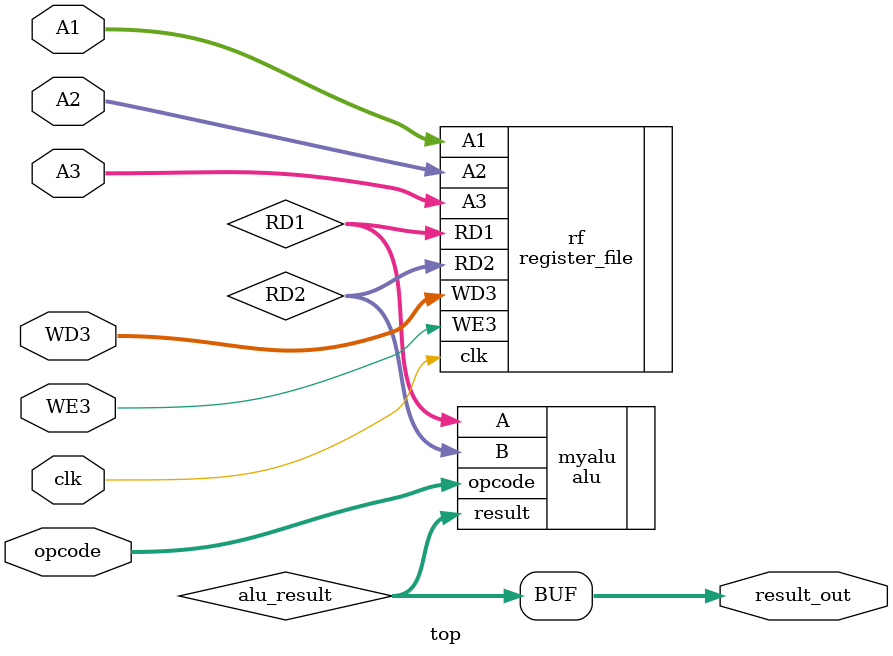
<source format=v>
module top (
    input wire clk,
    input wire WE3,
    input wire [4:0] A1,
    input wire [4:0] A2,
    input wire [4:0] A3,
    input wire [31:0] WD3,
    input wire [1:0] opcode,
    output wire [31:0] result_out
);
    wire [31:0] RD1, RD2;
    wire [31:0] alu_result;

    register_file rf (
        .clk(clk),
        .WE3(WE3),
        .A1(A1),
        .A2(A2),
        .A3(A3),
        .WD3(WD3),
        .RD1(RD1),
        .RD2(RD2)
    );

    alu myalu (
        .A(RD1),
        .B(RD2),
        .opcode(opcode),
        .result(alu_result)
    );

    assign result_out = alu_result;
endmodule

</source>
